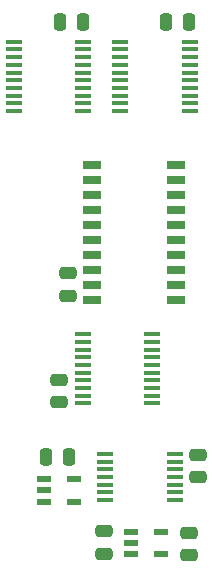
<source format=gtp>
%TF.GenerationSoftware,KiCad,Pcbnew,8.0.4*%
%TF.CreationDate,2024-09-14T15:57:03+02:00*%
%TF.ProjectId,Graphics Transparency,47726170-6869-4637-9320-5472616e7370,V1*%
%TF.SameCoordinates,PX525bfc0PY43d3480*%
%TF.FileFunction,Paste,Top*%
%TF.FilePolarity,Positive*%
%FSLAX46Y46*%
G04 Gerber Fmt 4.6, Leading zero omitted, Abs format (unit mm)*
G04 Created by KiCad (PCBNEW 8.0.4) date 2024-09-14 15:57:03*
%MOMM*%
%LPD*%
G01*
G04 APERTURE LIST*
G04 Aperture macros list*
%AMRoundRect*
0 Rectangle with rounded corners*
0 $1 Rounding radius*
0 $2 $3 $4 $5 $6 $7 $8 $9 X,Y pos of 4 corners*
0 Add a 4 corners polygon primitive as box body*
4,1,4,$2,$3,$4,$5,$6,$7,$8,$9,$2,$3,0*
0 Add four circle primitives for the rounded corners*
1,1,$1+$1,$2,$3*
1,1,$1+$1,$4,$5*
1,1,$1+$1,$6,$7*
1,1,$1+$1,$8,$9*
0 Add four rect primitives between the rounded corners*
20,1,$1+$1,$2,$3,$4,$5,0*
20,1,$1+$1,$4,$5,$6,$7,0*
20,1,$1+$1,$6,$7,$8,$9,0*
20,1,$1+$1,$8,$9,$2,$3,0*%
G04 Aperture macros list end*
%ADD10RoundRect,0.250000X0.475000X-0.250000X0.475000X0.250000X-0.475000X0.250000X-0.475000X-0.250000X0*%
%ADD11R,1.475000X0.450000*%
%ADD12R,1.550000X0.650000*%
%ADD13RoundRect,0.250000X-0.250000X-0.475000X0.250000X-0.475000X0.250000X0.475000X-0.250000X0.475000X0*%
%ADD14R,1.250000X0.600000*%
%ADD15R,1.150000X0.600000*%
G04 APERTURE END LIST*
D10*
%TO.C,C42*%
X19050000Y-41574000D03*
X19050000Y-39674000D03*
%TD*%
D11*
%TO.C,IC3*%
X13191000Y1909000D03*
X13191000Y1259000D03*
X13191000Y609000D03*
X13191000Y-41000D03*
X13191000Y-691000D03*
X13191000Y-1341000D03*
X13191000Y-1991000D03*
X13191000Y-2641000D03*
X13191000Y-3291000D03*
X13191000Y-3941000D03*
X19067000Y-3941000D03*
X19067000Y-3291000D03*
X19067000Y-2641000D03*
X19067000Y-1991000D03*
X19067000Y-1341000D03*
X19067000Y-691000D03*
X19067000Y-41000D03*
X19067000Y609000D03*
X19067000Y1259000D03*
X19067000Y1909000D03*
%TD*%
D12*
%TO.C,IC5*%
X10789000Y-8509000D03*
X10789000Y-9779000D03*
X10789000Y-11049000D03*
X10789000Y-12319000D03*
X10789000Y-13589000D03*
X10789000Y-14859000D03*
X10789000Y-16129000D03*
X10789000Y-17399000D03*
X10789000Y-18669000D03*
X10789000Y-19939000D03*
X17913000Y-19939000D03*
X17913000Y-18669000D03*
X17913000Y-17399000D03*
X17913000Y-16129000D03*
X17913000Y-14859000D03*
X17913000Y-13589000D03*
X17913000Y-12319000D03*
X17913000Y-11049000D03*
X17913000Y-9779000D03*
X17913000Y-8509000D03*
%TD*%
D10*
%TO.C,C10*%
X19812000Y-34970000D03*
X19812000Y-33070000D03*
%TD*%
D13*
%TO.C,C8*%
X17100000Y3556000D03*
X19000000Y3556000D03*
%TD*%
D11*
%TO.C,IC4*%
X10033000Y-22856000D03*
X10033000Y-23506000D03*
X10033000Y-24156000D03*
X10033000Y-24806000D03*
X10033000Y-25456000D03*
X10033000Y-26106000D03*
X10033000Y-26756000D03*
X10033000Y-27406000D03*
X10033000Y-28056000D03*
X10033000Y-28706000D03*
X15909000Y-28706000D03*
X15909000Y-28056000D03*
X15909000Y-27406000D03*
X15909000Y-26756000D03*
X15909000Y-26106000D03*
X15909000Y-25456000D03*
X15909000Y-24806000D03*
X15909000Y-24156000D03*
X15909000Y-23506000D03*
X15909000Y-22856000D03*
%TD*%
D14*
%TO.C,IC6*%
X6751000Y-35118000D03*
X6751000Y-36068000D03*
X6751000Y-37018000D03*
X9251000Y-37018000D03*
X9251000Y-35118000D03*
%TD*%
D10*
%TO.C,C9*%
X8001000Y-28620000D03*
X8001000Y-26720000D03*
%TD*%
D11*
%TO.C,IC2*%
X11921000Y-32975000D03*
X11921000Y-33625000D03*
X11921000Y-34275000D03*
X11921000Y-34925000D03*
X11921000Y-35575000D03*
X11921000Y-36225000D03*
X11921000Y-36875000D03*
X17797000Y-36875000D03*
X17797000Y-36225000D03*
X17797000Y-35575000D03*
X17797000Y-34925000D03*
X17797000Y-34275000D03*
X17797000Y-33625000D03*
X17797000Y-32975000D03*
%TD*%
%TO.C,IC1*%
X4174000Y1909000D03*
X4174000Y1259000D03*
X4174000Y609000D03*
X4174000Y-41000D03*
X4174000Y-691000D03*
X4174000Y-1341000D03*
X4174000Y-1991000D03*
X4174000Y-2641000D03*
X4174000Y-3291000D03*
X4174000Y-3941000D03*
X10050000Y-3941000D03*
X10050000Y-3291000D03*
X10050000Y-2641000D03*
X10050000Y-1991000D03*
X10050000Y-1341000D03*
X10050000Y-691000D03*
X10050000Y-41000D03*
X10050000Y609000D03*
X10050000Y1259000D03*
X10050000Y1909000D03*
%TD*%
D10*
%TO.C,C41*%
X11811000Y-41447000D03*
X11811000Y-39547000D03*
%TD*%
D13*
%TO.C,C1*%
X8100000Y3556000D03*
X10000000Y3556000D03*
%TD*%
%TO.C,C11*%
X6940000Y-33213000D03*
X8840000Y-33213000D03*
%TD*%
D10*
%TO.C,C6*%
X8763000Y-19603000D03*
X8763000Y-17703000D03*
%TD*%
D15*
%TO.C,IC36*%
X14067000Y-39563000D03*
X14067000Y-40513000D03*
X14067000Y-41463000D03*
X16667000Y-41463000D03*
X16667000Y-39563000D03*
%TD*%
M02*

</source>
